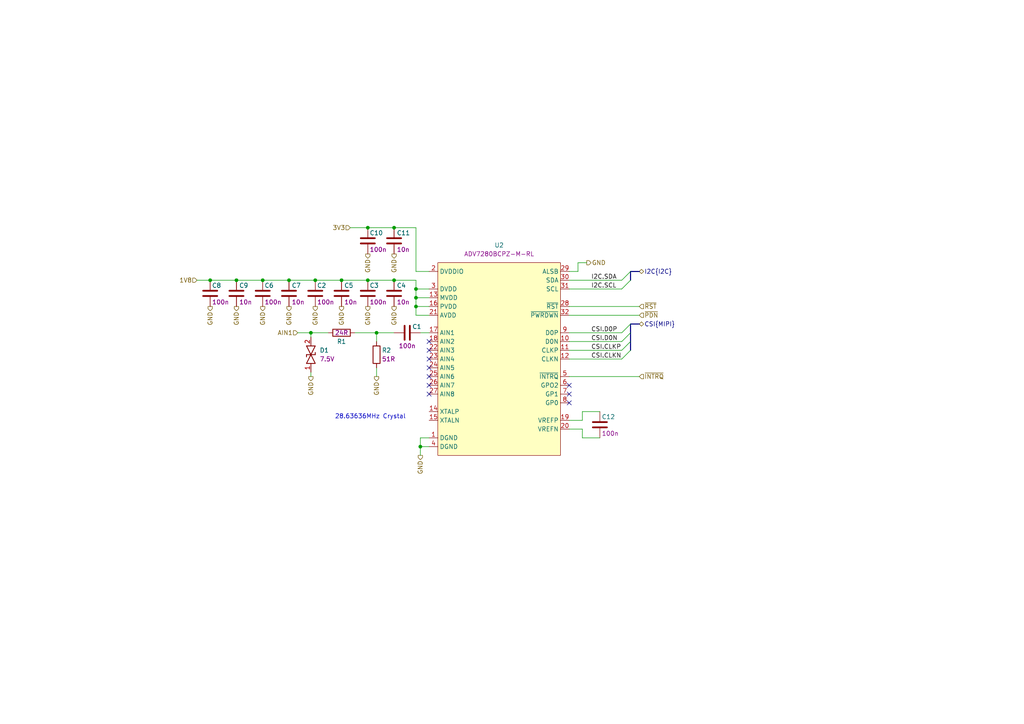
<source format=kicad_sch>
(kicad_sch (version 20250114) (generator "eeschema") (generator_version "9.0")
  (paper "A4")
  (lib_symbols
    (symbol "Capacitor:C_0402_100n_50V_20%_X7R" (pin_numbers (hide yes))
      (property "Reference" "C" (at 0 6.35 0))
      (property "Capacitance (F)" "100n" (at 0 -2.54 0))
      (symbol "C_0402_100n_50V_20%_X7R_0_1"
        (polyline (pts (xy -0.762 -2.032) (xy -0.762 2.032)) (stroke (width 0.508)))
        (polyline (pts (xy 0.762 -2.032) (xy 0.762 2.032)) (stroke (width 0.508)))
      )
      (symbol "C_0402_100n_50V_20%_X7R_1_1"
        (pin passive line (at -3.81 0 0) (length 2.794) (name "~") (number "1"))
        (pin passive line (at 3.81 0 180) (length 2.794) (name "~") (number "2"))
      )
    )
    (symbol "Capacitor:C_0402_10n_50V_10%_X7R" (pin_numbers (hide yes))
      (property "Reference" "C" (at 0 6.35 0))
      (property "Capacitance (F)" "10n" (at 0 3.81 0))
      (symbol "C_0402_10n_50V_10%_X7R_0_1"
        (polyline (pts (xy -0.762 -2.032) (xy -0.762 2.032)) (stroke (width 0.508)))
        (polyline (pts (xy 0.762 -2.032) (xy 0.762 2.032)) (stroke (width 0.508)))
      )
      (symbol "C_0402_10n_50V_10%_X7R_1_1"
        (pin passive line (at -3.81 0 0) (length 2.794) (name "~") (number "1"))
        (pin passive line (at 3.81 0 180) (length 2.794) (name "~") (number "2"))
      )
    )
    (symbol "Capacitor:C_0603_100n_50V_10%_X7R" (pin_numbers (hide yes))
      (property "Reference" "C" (at 0 6.35 0))
      (property "Capacitance (F)" "100n" (at 0 -2.54 0))
      (symbol "C_0603_100n_50V_10%_X7R_0_1"
        (polyline (pts (xy -0.762 -2.032) (xy -0.762 2.032)) (stroke (width 0.508)))
        (polyline (pts (xy 0.762 -2.032) (xy 0.762 2.032)) (stroke (width 0.508)))
      )
      (symbol "C_0603_100n_50V_10%_X7R_1_1"
        (pin passive line (at -3.81 0 0) (length 2.794) (name "~") (number "1"))
        (pin passive line (at 3.81 0 180) (length 2.794) (name "~") (number "2"))
      )
    )
    (symbol "Diode:D_TVS_5V_0603_GG060305100N2P" (pin_names (hide yes))
      (property "Reference" "D" (at 0 4.445 0))
      (property "Clamping Voltage" "7.5V" (at 0 2.54 0))
      (symbol "D_TVS_5V_0603_GG060305100N2P_0_1"
        (polyline (pts (xy -2.54 1.27) (xy -2.54 -1.27) (xy 0 0) (xy -2.54 1.27)) (stroke (width 0.254)))
        (polyline (pts (xy -0.635 1.27) (xy 0 1.27)) (stroke (width 0.254)))
        (polyline (pts (xy 0 1.27) (xy 0 -1.27)) (stroke (width 0.254)))
        (polyline (pts (xy 0 -1.27) (xy 0.635 -1.27)) (stroke (width 0.254)))
        (polyline (pts (xy 2.54 1.27) (xy 2.54 -1.27) (xy 0 0) (xy 2.54 1.27)) (stroke (width 0.254)))
      )
      (symbol "D_TVS_5V_0603_GG060305100N2P_1_1"
        (pin passive line (at -5.08 0 0) (length 2.54) (name "K") (number "1"))
        (pin passive line (at 5.08 0 180) (length 2.54) (name "A") (number "2"))
      )
    )
    (symbol "Interfaces:DECODER_ADV7280BCPZ-M-RL"
      (property "Reference" "U" (at 0 28.575 0))
      (property "ManufacturerPartNumber" "ADV7280BCPZ-M-RL" (at -0.254 -30.734 0))
      (symbol "DECODER_ADV7280BCPZ-M-RL_0_1"
        (rectangle (start -17.78 26.67) (end 17.78 -29.21) (fill (type background)))
      )
      (symbol "DECODER_ADV7280BCPZ-M-RL_1_1"
        (pin power_in line (at -20.32 24.13 0) (length 2.54) (name "DVDDIO") (number "2"))
        (pin power_in line (at -20.32 19.05 0) (length 2.54) (name "DVDD") (number "3"))
        (pin power_in line (at -20.32 16.51 0) (length 2.54) (name "MVDD") (number "13"))
        (pin power_in line (at -20.32 13.97 0) (length 2.54) (name "PVDD") (number "16"))
        (pin power_in line (at -20.32 11.43 0) (length 2.54) (name "AVDD") (number "21"))
        (pin input line (at -20.32 6.35 0) (length 2.54) (name "AIN1") (number "17"))
        (pin input line (at -20.32 3.81 0) (length 2.54) (name "AIN2") (number "18"))
        (pin input line (at -20.32 1.27 0) (length 2.54) (name "AIN3") (number "22"))
        (pin input line (at -20.32 -1.27 0) (length 2.54) (name "AIN4") (number "23"))
        (pin input line (at -20.32 -3.81 0) (length 2.54) (name "AIN5") (number "24"))
        (pin input line (at -20.32 -6.35 0) (length 2.54) (name "AIN6") (number "25"))
        (pin input line (at -20.32 -8.89 0) (length 2.54) (name "AIN7") (number "26"))
        (pin input line (at -20.32 -11.43 0) (length 2.54) (name "AIN8") (number "27"))
        (pin output line (at -20.32 -16.51 0) (length 2.54) (name "XTALP") (number "14"))
        (pin input line (at -20.32 -19.05 0) (length 2.54) (name "XTALN") (number "15"))
        (pin power_in line (at -20.32 -24.13 0) (length 2.54) (name "DGND") (number "1"))
        (pin power_in line (at -20.32 -26.67 0) (length 2.54) (hide yes) (name "DGND") (number "33"))
        (pin power_in line (at -20.32 -26.67 0) (length 2.54) (name "DGND") (number "4"))
        (pin input line (at 20.32 24.13 180) (length 2.54) (name "ALSB") (number "29"))
        (pin bidirectional line (at 20.32 21.59 180) (length 2.54) (name "SDA") (number "30"))
        (pin input line (at 20.32 19.05 180) (length 2.54) (name "SCL") (number "31"))
        (pin input line (at 20.32 13.97 180) (length 2.54) (name "~{RST}") (number "28"))
        (pin input line (at 20.32 11.43 180) (length 2.54) (name "~{PWRDWN}") (number "32"))
        (pin output line (at 20.32 6.35 180) (length 2.54) (name "D0P") (number "9"))
        (pin output line (at 20.32 3.81 180) (length 2.54) (name "D0N") (number "10"))
        (pin output line (at 20.32 1.27 180) (length 2.54) (name "CLKP") (number "11"))
        (pin output line (at 20.32 -1.27 180) (length 2.54) (name "CLKN") (number "12"))
        (pin output line (at 20.32 -6.35 180) (length 2.54) (name "~{INTRQ}") (number "5"))
        (pin output line (at 20.32 -8.89 180) (length 2.54) (name "GPO2") (number "6"))
        (pin output line (at 20.32 -11.43 180) (length 2.54) (name "GP1") (number "7"))
        (pin output line (at 20.32 -13.97 180) (length 2.54) (name "GP0") (number "8"))
        (pin output line (at 20.32 -19.05 180) (length 2.54) (name "VREFP") (number "19"))
        (pin output line (at 20.32 -21.59 180) (length 2.54) (name "VREFN") (number "20"))
      )
    )
    (symbol "Resistor:R_0402_24R_100mW_1%" (pin_numbers (hide yes))
      (property "Reference" "R" (at 0 2.54 0))
      (property "Resistance" "24R" (at 0 -2.54 0))
      (symbol "R_0402_24R_100mW_1%_0_1"
        (rectangle (start 2.54 -1.016) (end -2.54 1.016) (stroke (width 0.254)))
      )
      (symbol "R_0402_24R_100mW_1%_1_1"
        (pin passive line (at -3.81 0 0) (length 1.27) (name "~") (number "1"))
        (pin passive line (at 3.81 0 180) (length 1.27) (name "~") (number "2"))
      )
    )
    (symbol "Resistor:R_0402_51R_100mW_1%" (pin_numbers (hide yes))
      (property "Reference" "R" (at 0 2.54 0))
      (property "Resistance" "51R" (at 0 -2.54 0))
      (symbol "R_0402_51R_100mW_1%_0_1"
        (rectangle (start 2.54 -1.016) (end -2.54 1.016) (stroke (width 0.254)))
      )
      (symbol "R_0402_51R_100mW_1%_1_1"
        (pin passive line (at -3.81 0 0) (length 1.27) (name "~") (number "1"))
        (pin passive line (at 3.81 0 180) (length 1.27) (name "~") (number "2"))
      )
    )
  )
  (bus_alias "I2C" (members "SDA" "SCL"))
  (bus_alias "MIPI" (members "D0P" "D0N" "CLKP" "CLKN"))
  (text "28.63636MHz Crystal" (at 107.442 120.904 0) (effects (font (size 1.27 1.27))))
  (junction (at 60.96 81.28))
  (junction (at 99.06 81.28))
  (junction (at 120.65 86.36))
  (junction (at 106.68 81.28))
  (junction (at 114.3 66.04))
  (junction (at 109.22 96.52))
  (junction (at 91.44 81.28))
  (junction (at 121.92 129.54))
  (junction (at 106.68 66.04))
  (junction (at 83.82 81.28))
  (junction (at 120.65 88.9))
  (junction (at 114.3 81.28))
  (junction (at 120.65 83.82))
  (junction (at 68.58 81.28))
  (junction (at 76.2 81.28))
  (junction (at 90.17 96.52))
  (no_connect (at 124.46 109.22))
  (no_connect (at 124.46 111.76))
  (no_connect (at 124.46 114.3))
  (no_connect (at 124.46 104.14))
  (no_connect (at 165.1 114.3))
  (no_connect (at 124.46 99.06))
  (no_connect (at 124.46 106.68))
  (no_connect (at 165.1 116.84))
  (no_connect (at 124.46 101.6))
  (no_connect (at 165.1 111.76))
  (bus_entry (at 182.88 96.52) (size -2.54 2.54))
  (bus_entry (at 182.88 93.98) (size -2.54 2.54))
  (bus_entry (at 182.88 81.28) (size -2.54 2.54))
  (bus_entry (at 182.88 78.74) (size -2.54 2.54))
  (bus_entry (at 182.88 101.6) (size -2.54 2.54))
  (bus_entry (at 182.88 99.06) (size -2.54 2.54))
  (wire (pts (xy 168.91 124.46) (xy 165.1 124.46)))
  (bus (pts (xy 182.88 96.52) (xy 182.88 99.06)))
  (wire (pts (xy 121.92 127) (xy 121.92 129.54)))
  (wire (pts (xy 101.6 66.04) (xy 106.68 66.04)))
  (wire (pts (xy 165.1 109.22) (xy 185.42 109.22)))
  (wire (pts (xy 173.99 127) (xy 168.91 127)))
  (wire (pts (xy 124.46 129.54) (xy 121.92 129.54)))
  (bus (pts (xy 185.42 78.74) (xy 182.88 78.74)))
  (wire (pts (xy 83.82 81.28) (xy 91.44 81.28)))
  (wire (pts (xy 165.1 96.52) (xy 180.34 96.52)))
  (wire (pts (xy 124.46 127) (xy 121.92 127)))
  (wire (pts (xy 167.64 76.2) (xy 170.18 76.2)))
  (wire (pts (xy 121.92 129.54) (xy 121.92 132.08)))
  (wire (pts (xy 120.65 66.04) (xy 114.3 66.04)))
  (wire (pts (xy 114.3 81.28) (xy 120.65 81.28)))
  (wire (pts (xy 109.22 106.68) (xy 109.22 109.22)))
  (bus (pts (xy 185.42 93.98) (xy 182.88 93.98)))
  (wire (pts (xy 120.65 83.82) (xy 124.46 83.82)))
  (wire (pts (xy 90.17 96.52) (xy 95.25 96.52)))
  (wire (pts (xy 120.65 86.36) (xy 124.46 86.36)))
  (wire (pts (xy 165.1 81.28) (xy 180.34 81.28)))
  (wire (pts (xy 168.91 127) (xy 168.91 124.46)))
  (wire (pts (xy 109.22 96.52) (xy 114.3 96.52)))
  (wire (pts (xy 102.87 96.52) (xy 109.22 96.52)))
  (wire (pts (xy 120.65 91.44) (xy 124.46 91.44)))
  (wire (pts (xy 60.96 81.28) (xy 68.58 81.28)))
  (wire (pts (xy 120.65 83.82) (xy 120.65 86.36)))
  (wire (pts (xy 168.91 121.92) (xy 165.1 121.92)))
  (wire (pts (xy 99.06 81.28) (xy 106.68 81.28)))
  (wire (pts (xy 90.17 107.95) (xy 90.17 109.22)))
  (wire (pts (xy 86.36 96.52) (xy 90.17 96.52)))
  (wire (pts (xy 106.68 66.04) (xy 114.3 66.04)))
  (wire (pts (xy 168.91 119.38) (xy 168.91 121.92)))
  (wire (pts (xy 76.2 81.28) (xy 83.82 81.28)))
  (wire (pts (xy 90.17 96.52) (xy 90.17 97.79)))
  (wire (pts (xy 121.92 96.52) (xy 124.46 96.52)))
  (wire (pts (xy 165.1 83.82) (xy 180.34 83.82)))
  (wire (pts (xy 165.1 91.44) (xy 185.42 91.44)))
  (bus (pts (xy 182.88 78.74) (xy 182.88 81.28)))
  (wire (pts (xy 120.65 88.9) (xy 124.46 88.9)))
  (wire (pts (xy 91.44 81.28) (xy 99.06 81.28)))
  (wire (pts (xy 120.65 88.9) (xy 120.65 91.44)))
  (wire (pts (xy 165.1 104.14) (xy 180.34 104.14)))
  (bus (pts (xy 182.88 99.06) (xy 182.88 101.6)))
  (wire (pts (xy 120.65 86.36) (xy 120.65 88.9)))
  (bus (pts (xy 182.88 93.98) (xy 182.88 96.52)))
  (wire (pts (xy 124.46 78.74) (xy 120.65 78.74)))
  (wire (pts (xy 68.58 81.28) (xy 76.2 81.28)))
  (wire (pts (xy 167.64 78.74) (xy 165.1 78.74)))
  (wire (pts (xy 167.64 76.2) (xy 167.64 78.74)))
  (wire (pts (xy 173.99 119.38) (xy 168.91 119.38)))
  (wire (pts (xy 109.22 96.52) (xy 109.22 99.06)))
  (wire (pts (xy 120.65 78.74) (xy 120.65 66.04)))
  (wire (pts (xy 106.68 81.28) (xy 114.3 81.28)))
  (wire (pts (xy 165.1 101.6) (xy 180.34 101.6)))
  (wire (pts (xy 57.15 81.28) (xy 60.96 81.28)))
  (wire (pts (xy 165.1 88.9) (xy 185.42 88.9)))
  (wire (pts (xy 165.1 99.06) (xy 180.34 99.06)))
  (wire (pts (xy 120.65 81.28) (xy 120.65 83.82)))
  (label "CSI.D0N" (at 171.45 99.06 0))
  (label "CSI.D0P" (at 171.45 96.52 0))
  (label "CSI.CLKP" (at 171.45 101.6 0))
  (label "I2C.SDA" (at 171.45 81.28 0))
  (label "CSI.CLKN" (at 171.45 104.14 0))
  (label "I2C.SCL" (at 171.45 83.82 0))
  (hierarchical_label "GND" (shape output) (at 68.58 88.9 270))
  (hierarchical_label "GND" (shape output) (at 106.68 73.66 270))
  (hierarchical_label "GND" (shape output) (at 109.22 109.22 270))
  (hierarchical_label "GND" (shape output) (at 106.68 88.9 270))
  (hierarchical_label "~{RST}" (shape input) (at 185.42 88.9 0))
  (hierarchical_label "~{INTRQ}" (shape input) (at 185.42 109.22 0))
  (hierarchical_label "GND" (shape output) (at 60.96 88.9 270))
  (hierarchical_label "3V3" (shape input) (at 101.6 66.04 180))
  (hierarchical_label "GND" (shape output) (at 99.06 88.9 270))
  (hierarchical_label "GND" (shape output) (at 170.18 76.2 0))
  (hierarchical_label "GND" (shape output) (at 114.3 88.9 270))
  (hierarchical_label "GND" (shape output) (at 114.3 73.66 270))
  (hierarchical_label "GND" (shape output) (at 121.92 132.08 270))
  (hierarchical_label "GND" (shape output) (at 76.2 88.9 270))
  (hierarchical_label "GND" (shape output) (at 83.82 88.9 270))
  (hierarchical_label "AIN1" (shape input) (at 86.36 96.52 180))
  (hierarchical_label "CSI{MIPI}" (shape bidirectional) (at 185.42 93.98 0))
  (hierarchical_label "1V8" (shape input) (at 57.15 81.28 180))
  (hierarchical_label "~{PDN}" (shape input) (at 185.42 91.44 0))
  (hierarchical_label "GND" (shape output) (at 91.44 88.9 270))
  (hierarchical_label "I2C{I2C}" (shape bidirectional) (at 185.42 78.74 0))
  (hierarchical_label "GND" (shape output) (at 90.17 109.22 270))
  (symbol (lib_id "Capacitor:C_0402_10n_50V_10%_X7R") (at 99.06 85.09 90) (unit 1)
    (property "Reference" "C5" (at 99.822 82.804 90) (effects (justify right)))
    (property "Value" "C_0402_10n_50V_10%_X7R" (effects (hide yes)))
    (property "Footprint" "IPC7351-Nominal:CAPC1005X55" (effects (hide yes)))
    (property "Datasheet" "https://www.mouser.de/datasheet/2/281/GCM155R71H103KA55_01-1965603.pdf" (effects (hide yes)))
    (property "Description" "10 nF X7R MLCC Capacitor, 0402, 50 V, 10%" (effects (hide yes)))
    (property "Manufacturer" "Murata" (effects (hide yes)))
    (property "ManufacturerPartNumber" "GCM155R71H103KA55D" (effects (hide yes)))
    (property "Supplier1" "RS" (effects (hide yes)))
    (property "Supplier1PartNumber" "723-4954" (effects (hide yes)))
    (property "Package" "0402" (effects (hide yes)))
    (property "Capacitance (F)" "10n" (at 99.822 87.63 90) (effects (justify right)))
    (property "Voltage Rating" "50V" (effects (hide yes)))
    (property "Tolerance" "10%" (effects (hide yes)))
    (property "Class" "X7R" (effects (hide yes)))
    (property "Min Temperature (C)" "-55" (effects (hide yes)))
    (property "Max Temperature (C)" "125" (effects (hide yes)))
  )
  (symbol (lib_id "Capacitor:C_0402_100n_50V_20%_X7R") (at 173.99 123.19 90) (unit 1)
    (property "Reference" "C12" (at 174.498 120.904 90) (effects (justify right)))
    (property "Value" "C_0402_100n_50V_20%_X7R" (effects (hide yes)))
    (property "Footprint" "IPC7351-Nominal:CAPC1005X55" (effects (hide yes)))
    (property "Datasheet" "https://www.mouser.de/datasheet/2/281/GCM155R71H104ME02_01-1965553.pdf" (effects (hide yes)))
    (property "Description" "100 nF X7R MLCC Capacitor, 0402, 50 V" (effects (hide yes)))
    (property "Manufacturer" "Murata" (effects (hide yes)))
    (property "ManufacturerPartNumber" "GCM155R71H104ME02D" (effects (hide yes)))
    (property "Supplier1" "Mouser" (effects (hide yes)))
    (property "Supplier1PartNumber" "81-GCM155R71H104ME2D" (effects (hide yes)))
    (property "Package" "0402" (effects (hide yes)))
    (property "Capacitance (F)" "100n" (at 174.498 125.73 90) (effects (justify right)))
    (property "Voltage Rating" "50V" (effects (hide yes)))
    (property "Tolerance" "20%" (effects (hide yes)))
    (property "Class" "X7R" (effects (hide yes)))
    (property "Min Temperature (C)" "-55" (effects (hide yes)))
    (property "Max Temperature (C)" "125" (effects (hide yes)))
  )
  (symbol (lib_id "Resistor:R_0402_51R_100mW_1%") (at 109.22 102.87 90) (unit 1)
    (property "Reference" "R2" (at 110.744 101.6 90) (effects (justify right)))
    (property "Value" "R_0402_51R_100mW_1%" (effects (hide yes)))
    (property "Footprint" "IPC7351-Nominal:RESC1005X38" (effects (hide yes)))
    (property "Datasheet" "https://industrial.panasonic.com/cdbs/www-data/pdf/RDP0000/AOA0000C334.pdf" (effects (hide yes)))
    (property "Description" "51 Ohm Thick-Film Resistor, 0402, 1%, 50 V" (effects (hide yes)))
    (property "Manufacturer" "Panasonic" (effects (hide yes)))
    (property "ManufacturerPartNumber" "ERJ-U02F51R0X" (effects (hide yes)))
    (property "Supplier1" "Mouser" (effects (hide yes)))
    (property "Supplier1PartNumber" "667-ERJ-U02F51R0X " (effects (hide yes)))
    (property "Supplier2" "Digi-Key" (effects (hide yes)))
    (property "Supplier2PartNumber" "10-ERJ-U02F51R0XCT-ND" (effects (hide yes)))
    (property "Resistance" "51R" (at 110.744 104.14 90) (effects (justify right)))
    (property "Tolerance" "1%" (effects (hide yes)))
    (property "Min Temperature (C)" "-55" (effects (hide yes)))
    (property "Max Temperature (C)" "155" (effects (hide yes)))
    (property "Power Rating" "100mW" (effects (hide yes)))
    (property "Temp Coeff (PPM/C)" "200" (effects (hide yes)))
    (property "Package" "0402" (effects (hide yes)))
  )
  (symbol (lib_id "Capacitor:C_0603_100n_50V_10%_X7R") (at 118.11 96.52 0) (unit 1)
    (property "Reference" "C1" (at 120.904 94.742 0))
    (property "Value" "C_0603_100n_2V0_10%_X7R" (effects (hide yes)))
    (property "Footprint" "IPC7351-Nominal:CAPC1608X86" (effects (hide yes)))
    (property "Datasheet" "https://www.mouser.de/datasheet/2/281/1/GRT188C81E105KE13_01-1989517.pdf" (effects (hide yes)))
    (property "Description" "100nF X7R MLCC Capacitor, 0603, 50" (effects (hide yes)))
    (property "Manufacturer" "Murata" (effects (hide yes)))
    (property "ManufacturerPartNumber" "GCM188R71H104KA57J" (effects (hide yes)))
    (property "Supplier1" "Mouser" (effects (hide yes)))
    (property "Supplier1PartNumber" "81-GCM188R71H104KA7J" (effects (hide yes)))
    (property "Supplier2" "Digi-Key" (effects (hide yes)))
    (property "Supplier2PartNumber" "490-8020-1-ND" (effects (hide yes)))
    (property "Package" "0603" (effects (hide yes)))
    (property "Capacitance (F)" "100n" (at 118.11 100.33 0))
    (property "Voltage Rating" "50V" (effects (hide yes)))
    (property "Tolerance" "10%" (effects (hide yes)))
    (property "Class" "X7R" (effects (hide yes)))
    (property "Min Temperature (C)" "-55" (effects (hide yes)))
    (property "Max Temperature (C)" "125" (effects (hide yes)))
  )
  (symbol (lib_id "Capacitor:C_0402_100n_50V_20%_X7R") (at 76.2 85.09 90) (unit 1)
    (property "Reference" "C6" (at 76.708 82.804 90) (effects (justify right)))
    (property "Value" "C_0402_100n_50V_20%_X7R" (effects (hide yes)))
    (property "Footprint" "IPC7351-Nominal:CAPC1005X55" (effects (hide yes)))
    (property "Datasheet" "https://www.mouser.de/datasheet/2/281/GCM155R71H104ME02_01-1965553.pdf" (effects (hide yes)))
    (property "Description" "100 nF X7R MLCC Capacitor, 0402, 50 V" (effects (hide yes)))
    (property "Manufacturer" "Murata" (effects (hide yes)))
    (property "ManufacturerPartNumber" "GCM155R71H104ME02D" (effects (hide yes)))
    (property "Supplier1" "Mouser" (effects (hide yes)))
    (property "Supplier1PartNumber" "81-GCM155R71H104ME2D" (effects (hide yes)))
    (property "Package" "0402" (effects (hide yes)))
    (property "Capacitance (F)" "100n" (at 76.708 87.63 90) (effects (justify right)))
    (property "Voltage Rating" "50V" (effects (hide yes)))
    (property "Tolerance" "20%" (effects (hide yes)))
    (property "Class" "X7R" (effects (hide yes)))
    (property "Min Temperature (C)" "-55" (effects (hide yes)))
    (property "Max Temperature (C)" "125" (effects (hide yes)))
  )
  (symbol (lib_id "Capacitor:C_0402_10n_50V_10%_X7R") (at 114.3 69.85 90) (unit 1)
    (property "Reference" "C11" (at 115.062 67.564 90) (effects (justify right)))
    (property "Value" "C_0402_10n_50V_10%_X7R" (effects (hide yes)))
    (property "Footprint" "IPC7351-Nominal:CAPC1005X55" (effects (hide yes)))
    (property "Datasheet" "https://www.mouser.de/datasheet/2/281/GCM155R71H103KA55_01-1965603.pdf" (effects (hide yes)))
    (property "Description" "10 nF X7R MLCC Capacitor, 0402, 50 V, 10%" (effects (hide yes)))
    (property "Manufacturer" "Murata" (effects (hide yes)))
    (property "ManufacturerPartNumber" "GCM155R71H103KA55D" (effects (hide yes)))
    (property "Supplier1" "RS" (effects (hide yes)))
    (property "Supplier1PartNumber" "723-4954" (effects (hide yes)))
    (property "Package" "0402" (effects (hide yes)))
    (property "Capacitance (F)" "10n" (at 115.062 72.39 90) (effects (justify right)))
    (property "Voltage Rating" "50V" (effects (hide yes)))
    (property "Tolerance" "10%" (effects (hide yes)))
    (property "Class" "X7R" (effects (hide yes)))
    (property "Min Temperature (C)" "-55" (effects (hide yes)))
    (property "Max Temperature (C)" "125" (effects (hide yes)))
  )
  (symbol (lib_id "Interfaces:DECODER_ADV7280BCPZ-M-RL") (at 144.78 102.87 0) (unit 1)
    (property "Reference" "U2" (at 144.78 71.12 0))
    (property "Value" "DECODER_ADV7280BCPZ-M-RL" (effects (hide yes)))
    (property "Footprint" "footprints:CP_32_12_ADI" (effects (hide yes)))
    (property "Datasheet" "https://www.mouser.de/datasheet/2/609/ADV7280-2488676.pdf" (effects (hide yes)))
    (property "Description" "Video-ICs 10-Bit, 4 Oversampled SDTV Video Decoder with Deinterlacer" (effects (hide yes)))
    (property "Manufacturer" "Analog Devices Inc." (effects (hide yes)))
    (property "ManufacturerPartNumber" "ADV7280BCPZ-M-RL" (at 144.78 73.66 0))
    (property "Supplier1" "Mouser" (effects (hide yes)))
    (property "Supplier1PartNumber" "584-ADV7280BCPZ-M " (effects (hide yes)))
    (property "Supplier2" "Digi-Key" (effects (hide yes)))
    (property "Supplier2PartNumber" "ADV7280BCPZ-M-RLCT-ND" (effects (hide yes)))
    (property "Min Temperature (C)" "-40" (effects (hide yes)))
    (property "Max Temperature (C)" "85" (effects (hide yes)))
    (property "Package" "28-WFQFN" (effects (hide yes)))
  )
  (symbol (lib_id "Capacitor:C_0402_10n_50V_10%_X7R") (at 114.3 85.09 90) (unit 1)
    (property "Reference" "C4" (at 115.062 82.804 90) (effects (justify right)))
    (property "Value" "C_0402_10n_50V_10%_X7R" (effects (hide yes)))
    (property "Footprint" "IPC7351-Nominal:CAPC1005X55" (effects (hide yes)))
    (property "Datasheet" "https://www.mouser.de/datasheet/2/281/GCM155R71H103KA55_01-1965603.pdf" (effects (hide yes)))
    (property "Description" "10 nF X7R MLCC Capacitor, 0402, 50 V, 10%" (effects (hide yes)))
    (property "Manufacturer" "Murata" (effects (hide yes)))
    (property "ManufacturerPartNumber" "GCM155R71H103KA55D" (effects (hide yes)))
    (property "Supplier1" "RS" (effects (hide yes)))
    (property "Supplier1PartNumber" "723-4954" (effects (hide yes)))
    (property "Package" "0402" (effects (hide yes)))
    (property "Capacitance (F)" "10n" (at 115.062 87.63 90) (effects (justify right)))
    (property "Voltage Rating" "50V" (effects (hide yes)))
    (property "Tolerance" "10%" (effects (hide yes)))
    (property "Class" "X7R" (effects (hide yes)))
    (property "Min Temperature (C)" "-55" (effects (hide yes)))
    (property "Max Temperature (C)" "125" (effects (hide yes)))
  )
  (symbol (lib_id "Capacitor:C_0402_10n_50V_10%_X7R") (at 68.58 85.09 90) (unit 1)
    (property "Reference" "C9" (at 69.342 82.804 90) (effects (justify right)))
    (property "Value" "C_0402_10n_50V_10%_X7R" (effects (hide yes)))
    (property "Footprint" "IPC7351-Nominal:CAPC1005X55" (effects (hide yes)))
    (property "Datasheet" "https://www.mouser.de/datasheet/2/281/GCM155R71H103KA55_01-1965603.pdf" (effects (hide yes)))
    (property "Description" "10 nF X7R MLCC Capacitor, 0402, 50 V, 10%" (effects (hide yes)))
    (property "Manufacturer" "Murata" (effects (hide yes)))
    (property "ManufacturerPartNumber" "GCM155R71H103KA55D" (effects (hide yes)))
    (property "Supplier1" "RS" (effects (hide yes)))
    (property "Supplier1PartNumber" "723-4954" (effects (hide yes)))
    (property "Package" "0402" (effects (hide yes)))
    (property "Capacitance (F)" "10n" (at 69.342 87.63 90) (effects (justify right)))
    (property "Voltage Rating" "50V" (effects (hide yes)))
    (property "Tolerance" "10%" (effects (hide yes)))
    (property "Class" "X7R" (effects (hide yes)))
    (property "Min Temperature (C)" "-55" (effects (hide yes)))
    (property "Max Temperature (C)" "125" (effects (hide yes)))
  )
  (symbol (lib_id "Resistor:R_0402_24R_100mW_1%") (at 99.06 96.52 0) (unit 1)
    (property "Reference" "R1" (at 99.06 99.06 0))
    (property "Value" "R_0402_24R_100mW_1%" (effects (hide yes)))
    (property "Footprint" "IPC7351-Nominal:RESC1005X38" (effects (hide yes)))
    (property "Datasheet" "https://www.mouser.de/datasheet/2/315/AOA0000C304-1149620.pdf" (effects (hide yes)))
    (property "Description" "24 Ohm Thick-Film Resistor, 0402, 1%, 50 V" (effects (hide yes)))
    (property "Manufacturer" "Panasonic" (effects (hide yes)))
    (property "ManufacturerPartNumber" "ERJ-2RKF24R0X" (effects (hide yes)))
    (property "Supplier1" "Mouser" (effects (hide yes)))
    (property "Supplier1PartNumber" "667-ERJ-2RKF24R0X" (effects (hide yes)))
    (property "Supplier2" "Digi-Key" (effects (hide yes)))
    (property "Supplier2PartNumber" "P24.0LCT-ND" (effects (hide yes)))
    (property "Resistance" "24R" (at 99.06 96.52 0))
    (property "Tolerance" "1%" (effects (hide yes)))
    (property "Min Temperature (C)" "-55" (effects (hide yes)))
    (property "Max Temperature (C)" "155" (effects (hide yes)))
    (property "Power Rating" "100mW" (effects (hide yes)))
    (property "Temp Coeff (PPM/C)" "100" (effects (hide yes)))
    (property "Package" "0402" (effects (hide yes)))
  )
  (symbol (lib_id "Diode:D_TVS_5V_0603_GG060305100N2P") (at 90.17 102.87 90) (unit 1)
    (property "Reference" "D1" (at 92.71 101.5999 90) (effects (justify right)))
    (property "Value" "D_TVS_5V_0603_GG060305100N2P" (effects (hide yes)))
    (property "Footprint" "IPC7351-Nominal:CAPC1608X86" (effects (hide yes)))
    (property "Datasheet" "https://www.mouser.de/datasheet/2/40/AVX_GiGuard-3162667.pdf" (effects (hide yes)))
    (property "Description" "TVS DIODE 5VWM 12VC 0603" (effects (hide yes)))
    (property "Manufacturer" "KYOCERA" (effects (hide yes)))
    (property "ManufacturerPartNumber" "GG060305100N2P" (effects (hide yes)))
    (property "Supplier1" "Mouser" (effects (hide yes)))
    (property "Supplier1PartNumber" "581-GG060305100N2P " (effects (hide yes)))
    (property "Supplier2" "Digi-Key" (effects (hide yes)))
    (property "Supplier2PartNumber" "478-GG060305100N2PCT-ND" (effects (hide yes)))
    (property "Min Temperature (C)" "-55" (effects (hide yes)))
    (property "Max Temperature (C)" "150" (effects (hide yes)))
    (property "Clamping Voltage" "7.5V" (at 92.71 104.1399 90) (effects (justify right)))
    (property "Reverse Breakdown Voltage" "5V" (effects (hide yes)))
    (property "Reverse Leakage Current" "0.1uA" (effects (hide yes)))
    (property "Capacitance" "10pF" (effects (hide yes)))
  )
  (symbol (lib_id "Capacitor:C_0402_100n_50V_20%_X7R") (at 60.96 85.09 90) (unit 1)
    (property "Reference" "C8" (at 61.468 82.804 90) (effects (justify right)))
    (property "Value" "C_0402_100n_50V_20%_X7R" (effects (hide yes)))
    (property "Footprint" "IPC7351-Nominal:CAPC1005X55" (effects (hide yes)))
    (property "Datasheet" "https://www.mouser.de/datasheet/2/281/GCM155R71H104ME02_01-1965553.pdf" (effects (hide yes)))
    (property "Description" "100 nF X7R MLCC Capacitor, 0402, 50 V" (effects (hide yes)))
    (property "Manufacturer" "Murata" (effects (hide yes)))
    (property "ManufacturerPartNumber" "GCM155R71H104ME02D" (effects (hide yes)))
    (property "Supplier1" "Mouser" (effects (hide yes)))
    (property "Supplier1PartNumber" "81-GCM155R71H104ME2D" (effects (hide yes)))
    (property "Package" "0402" (effects (hide yes)))
    (property "Capacitance (F)" "100n" (at 61.468 87.63 90) (effects (justify right)))
    (property "Voltage Rating" "50V" (effects (hide yes)))
    (property "Tolerance" "20%" (effects (hide yes)))
    (property "Class" "X7R" (effects (hide yes)))
    (property "Min Temperature (C)" "-55" (effects (hide yes)))
    (property "Max Temperature (C)" "125" (effects (hide yes)))
  )
  (symbol (lib_id "Capacitor:C_0402_100n_50V_20%_X7R") (at 91.44 85.09 90) (unit 1)
    (property "Reference" "C2" (at 91.948 82.804 90) (effects (justify right)))
    (property "Value" "C_0402_100n_50V_20%_X7R" (effects (hide yes)))
    (property "Footprint" "IPC7351-Nominal:CAPC1005X55" (effects (hide yes)))
    (property "Datasheet" "https://www.mouser.de/datasheet/2/281/GCM155R71H104ME02_01-1965553.pdf" (effects (hide yes)))
    (property "Description" "100 nF X7R MLCC Capacitor, 0402, 50 V" (effects (hide yes)))
    (property "Manufacturer" "Murata" (effects (hide yes)))
    (property "ManufacturerPartNumber" "GCM155R71H104ME02D" (effects (hide yes)))
    (property "Supplier1" "Mouser" (effects (hide yes)))
    (property "Supplier1PartNumber" "81-GCM155R71H104ME2D" (effects (hide yes)))
    (property "Package" "0402" (effects (hide yes)))
    (property "Capacitance (F)" "100n" (at 91.948 87.63 90) (effects (justify right)))
    (property "Voltage Rating" "50V" (effects (hide yes)))
    (property "Tolerance" "20%" (effects (hide yes)))
    (property "Class" "X7R" (effects (hide yes)))
    (property "Min Temperature (C)" "-55" (effects (hide yes)))
    (property "Max Temperature (C)" "125" (effects (hide yes)))
  )
  (symbol (lib_id "Capacitor:C_0402_100n_50V_20%_X7R") (at 106.68 85.09 90) (unit 1)
    (property "Reference" "C3" (at 107.188 82.804 90) (effects (justify right)))
    (property "Value" "C_0402_100n_50V_20%_X7R" (effects (hide yes)))
    (property "Footprint" "IPC7351-Nominal:CAPC1005X55" (effects (hide yes)))
    (property "Datasheet" "https://www.mouser.de/datasheet/2/281/GCM155R71H104ME02_01-1965553.pdf" (effects (hide yes)))
    (property "Description" "100 nF X7R MLCC Capacitor, 0402, 50 V" (effects (hide yes)))
    (property "Manufacturer" "Murata" (effects (hide yes)))
    (property "ManufacturerPartNumber" "GCM155R71H104ME02D" (effects (hide yes)))
    (property "Supplier1" "Mouser" (effects (hide yes)))
    (property "Supplier1PartNumber" "81-GCM155R71H104ME2D" (effects (hide yes)))
    (property "Package" "0402" (effects (hide yes)))
    (property "Capacitance (F)" "100n" (at 107.188 87.63 90) (effects (justify right)))
    (property "Voltage Rating" "50V" (effects (hide yes)))
    (property "Tolerance" "20%" (effects (hide yes)))
    (property "Class" "X7R" (effects (hide yes)))
    (property "Min Temperature (C)" "-55" (effects (hide yes)))
    (property "Max Temperature (C)" "125" (effects (hide yes)))
  )
  (symbol (lib_id "Capacitor:C_0402_100n_50V_20%_X7R") (at 106.68 69.85 90) (unit 1)
    (property "Reference" "C10" (at 107.188 67.564 90) (effects (justify right)))
    (property "Value" "C_0402_100n_50V_20%_X7R" (effects (hide yes)))
    (property "Footprint" "IPC7351-Nominal:CAPC1005X55" (effects (hide yes)))
    (property "Datasheet" "https://www.mouser.de/datasheet/2/281/GCM155R71H104ME02_01-1965553.pdf" (effects (hide yes)))
    (property "Description" "100 nF X7R MLCC Capacitor, 0402, 50 V" (effects (hide yes)))
    (property "Manufacturer" "Murata" (effects (hide yes)))
    (property "ManufacturerPartNumber" "GCM155R71H104ME02D" (effects (hide yes)))
    (property "Supplier1" "Mouser" (effects (hide yes)))
    (property "Supplier1PartNumber" "81-GCM155R71H104ME2D" (effects (hide yes)))
    (property "Package" "0402" (effects (hide yes)))
    (property "Capacitance (F)" "100n" (at 107.188 72.39 90) (effects (justify right)))
    (property "Voltage Rating" "50V" (effects (hide yes)))
    (property "Tolerance" "20%" (effects (hide yes)))
    (property "Class" "X7R" (effects (hide yes)))
    (property "Min Temperature (C)" "-55" (effects (hide yes)))
    (property "Max Temperature (C)" "125" (effects (hide yes)))
  )
  (symbol (lib_id "Capacitor:C_0402_10n_50V_10%_X7R") (at 83.82 85.09 90) (unit 1)
    (property "Reference" "C7" (at 84.582 82.804 90) (effects (justify right)))
    (property "Value" "C_0402_10n_50V_10%_X7R" (effects (hide yes)))
    (property "Footprint" "IPC7351-Nominal:CAPC1005X55" (effects (hide yes)))
    (property "Datasheet" "https://www.mouser.de/datasheet/2/281/GCM155R71H103KA55_01-1965603.pdf" (effects (hide yes)))
    (property "Description" "10 nF X7R MLCC Capacitor, 0402, 50 V, 10%" (effects (hide yes)))
    (property "Manufacturer" "Murata" (effects (hide yes)))
    (property "ManufacturerPartNumber" "GCM155R71H103KA55D" (effects (hide yes)))
    (property "Supplier1" "RS" (effects (hide yes)))
    (property "Supplier1PartNumber" "723-4954" (effects (hide yes)))
    (property "Package" "0402" (effects (hide yes)))
    (property "Capacitance (F)" "10n" (at 84.582 87.63 90) (effects (justify right)))
    (property "Voltage Rating" "50V" (effects (hide yes)))
    (property "Tolerance" "10%" (effects (hide yes)))
    (property "Class" "X7R" (effects (hide yes)))
    (property "Min Temperature (C)" "-55" (effects (hide yes)))
    (property "Max Temperature (C)" "125" (effects (hide yes)))
  )
)
</source>
